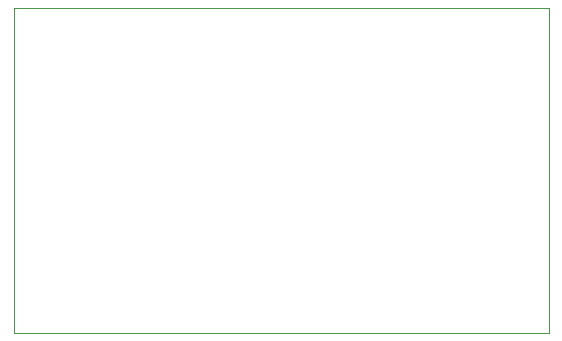
<source format=gbr>
G04 #@! TF.GenerationSoftware,KiCad,Pcbnew,(5.1.5)-3*
G04 #@! TF.CreationDate,2020-05-14T10:30:24-04:00*
G04 #@! TF.ProjectId,ble_mvp_1A-rev2,626c655f-6d76-4705-9f31-412d72657632,rev?*
G04 #@! TF.SameCoordinates,Original*
G04 #@! TF.FileFunction,Profile,NP*
%FSLAX46Y46*%
G04 Gerber Fmt 4.6, Leading zero omitted, Abs format (unit mm)*
G04 Created by KiCad (PCBNEW (5.1.5)-3) date 2020-05-14 10:30:24*
%MOMM*%
%LPD*%
G04 APERTURE LIST*
%ADD10C,0.050000*%
G04 APERTURE END LIST*
D10*
X124700000Y-104000000D02*
X124700000Y-76500000D01*
X170000000Y-104000000D02*
X124700000Y-104000000D01*
X170000000Y-76500000D02*
X170000000Y-104000000D01*
X124700000Y-76500000D02*
X170000000Y-76500000D01*
M02*

</source>
